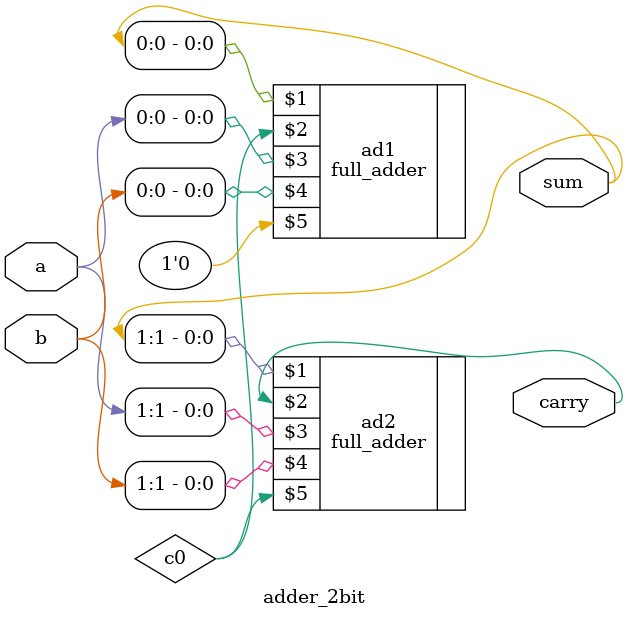
<source format=v>
`timescale 1ns / 1ps


module adder_2bit(sum,carry,a,b);
input [1:0] a,b;
output wire [1:0] sum;
output wire carry;
wire c0;
full_adder ad1(sum[0],c0,a[0],b[0],1'b0);
full_adder ad2(sum[1],carry,a[1],b[1],c0);
endmodule

</source>
